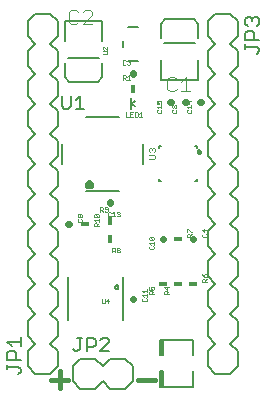
<source format=gbr>
G04 EAGLE Gerber RS-274X export*
G75*
%MOMM*%
%FSLAX34Y34*%
%LPD*%
%INSilkscreen Top*%
%IPPOS*%
%AMOC8*
5,1,8,0,0,1.08239X$1,22.5*%
G01*
%ADD10C,0.381000*%
%ADD11C,0.203200*%
%ADD12C,0.127000*%
%ADD13C,0.101600*%
%ADD14C,0.025400*%
%ADD15C,0.558800*%
%ADD16R,0.457200X0.762000*%
%ADD17R,0.762000X0.457200*%
%ADD18C,0.152400*%


D10*
X19685Y7629D02*
X34091Y7629D01*
X26888Y14832D02*
X26888Y426D01*
X93345Y7629D02*
X107751Y7629D01*
D11*
X110730Y175500D02*
X112730Y175500D01*
X110730Y175500D02*
X110730Y177500D01*
X110730Y205500D02*
X112730Y205500D01*
X110730Y205500D02*
X110730Y203500D01*
X141270Y205500D02*
X143270Y205500D01*
X143270Y203500D01*
X143270Y175500D02*
X141270Y175500D01*
X143270Y175500D02*
X143270Y177500D01*
D12*
X143586Y200500D02*
X143588Y200575D01*
X143594Y200649D01*
X143604Y200723D01*
X143617Y200796D01*
X143635Y200869D01*
X143656Y200940D01*
X143681Y201011D01*
X143710Y201080D01*
X143743Y201147D01*
X143779Y201212D01*
X143818Y201276D01*
X143860Y201337D01*
X143906Y201396D01*
X143955Y201453D01*
X144007Y201506D01*
X144061Y201557D01*
X144118Y201606D01*
X144178Y201650D01*
X144240Y201692D01*
X144304Y201731D01*
X144370Y201766D01*
X144437Y201797D01*
X144507Y201825D01*
X144577Y201849D01*
X144649Y201870D01*
X144722Y201886D01*
X144795Y201899D01*
X144870Y201908D01*
X144944Y201913D01*
X145019Y201914D01*
X145093Y201911D01*
X145168Y201904D01*
X145241Y201893D01*
X145315Y201879D01*
X145387Y201860D01*
X145458Y201838D01*
X145528Y201812D01*
X145597Y201782D01*
X145663Y201749D01*
X145728Y201712D01*
X145791Y201672D01*
X145852Y201628D01*
X145910Y201582D01*
X145966Y201532D01*
X146019Y201480D01*
X146070Y201425D01*
X146117Y201367D01*
X146161Y201307D01*
X146202Y201244D01*
X146240Y201180D01*
X146274Y201114D01*
X146305Y201045D01*
X146332Y200976D01*
X146355Y200905D01*
X146374Y200833D01*
X146390Y200760D01*
X146402Y200686D01*
X146410Y200612D01*
X146414Y200537D01*
X146414Y200463D01*
X146410Y200388D01*
X146402Y200314D01*
X146390Y200240D01*
X146374Y200167D01*
X146355Y200095D01*
X146332Y200024D01*
X146305Y199955D01*
X146274Y199886D01*
X146240Y199820D01*
X146202Y199756D01*
X146161Y199693D01*
X146117Y199633D01*
X146070Y199575D01*
X146019Y199520D01*
X145966Y199468D01*
X145910Y199418D01*
X145852Y199372D01*
X145791Y199328D01*
X145728Y199288D01*
X145663Y199251D01*
X145597Y199218D01*
X145528Y199188D01*
X145458Y199162D01*
X145387Y199140D01*
X145315Y199121D01*
X145241Y199107D01*
X145168Y199096D01*
X145093Y199089D01*
X145019Y199086D01*
X144944Y199087D01*
X144870Y199092D01*
X144795Y199101D01*
X144722Y199114D01*
X144649Y199130D01*
X144577Y199151D01*
X144507Y199175D01*
X144437Y199203D01*
X144370Y199234D01*
X144304Y199269D01*
X144240Y199308D01*
X144178Y199350D01*
X144118Y199394D01*
X144061Y199443D01*
X144007Y199494D01*
X143955Y199547D01*
X143906Y199604D01*
X143860Y199663D01*
X143818Y199724D01*
X143779Y199788D01*
X143743Y199853D01*
X143710Y199920D01*
X143681Y199989D01*
X143656Y200060D01*
X143635Y200131D01*
X143617Y200204D01*
X143604Y200277D01*
X143594Y200351D01*
X143588Y200425D01*
X143586Y200500D01*
X145000Y199500D02*
X145000Y201500D01*
X144000Y200500D02*
X146000Y200500D01*
D13*
X106741Y194782D02*
X102504Y194782D01*
X106741Y194782D02*
X107588Y195629D01*
X107588Y197324D01*
X106741Y198171D01*
X102504Y198171D01*
X103351Y200395D02*
X102504Y201242D01*
X102504Y202937D01*
X103351Y203784D01*
X104198Y203784D01*
X105046Y202937D01*
X105046Y202090D01*
X105046Y202937D02*
X105893Y203784D01*
X106741Y203784D01*
X107588Y202937D01*
X107588Y201242D01*
X106741Y200395D01*
D11*
X93194Y306324D02*
X84606Y306324D01*
X84606Y277876D02*
X93194Y277876D01*
X80796Y289416D02*
X80796Y294784D01*
D14*
X66547Y283337D02*
X63370Y283337D01*
X66547Y283337D02*
X67183Y283973D01*
X67183Y285244D01*
X66547Y285879D01*
X63370Y285879D01*
X67183Y287079D02*
X67183Y289621D01*
X67183Y287079D02*
X64641Y289621D01*
X64005Y289621D01*
X63370Y288986D01*
X63370Y287715D01*
X64005Y287079D01*
D11*
X144270Y278020D02*
X144270Y261020D01*
X112770Y261020D01*
X112770Y278020D01*
X143770Y297020D02*
X143770Y309020D01*
X140270Y313020D01*
X115770Y313020D01*
X112770Y309020D01*
X112770Y297020D01*
X112770Y309020D01*
X115160Y293110D02*
X141130Y293110D01*
D13*
X123937Y263822D02*
X125886Y261873D01*
X123937Y263822D02*
X120039Y263822D01*
X118090Y261873D01*
X118090Y254077D01*
X120039Y252128D01*
X123937Y252128D01*
X125886Y254077D01*
X129784Y259924D02*
X133682Y263822D01*
X133682Y252128D01*
X129784Y252128D02*
X137580Y252128D01*
D11*
X30990Y294750D02*
X30990Y311750D01*
X62490Y311750D01*
X62490Y294750D01*
X31490Y275750D02*
X31490Y263750D01*
X34990Y259750D01*
X59490Y259750D01*
X62490Y263750D01*
X62490Y275750D01*
X62490Y263750D01*
X60100Y279660D02*
X34130Y279660D01*
D13*
X42594Y318703D02*
X40645Y320652D01*
X36747Y320652D01*
X34798Y318703D01*
X34798Y310907D01*
X36747Y308958D01*
X40645Y308958D01*
X42594Y310907D01*
X46492Y308958D02*
X54288Y308958D01*
X46492Y308958D02*
X54288Y316754D01*
X54288Y318703D01*
X52339Y320652D01*
X48441Y320652D01*
X46492Y318703D01*
D15*
X88900Y267005D02*
X88900Y266395D01*
D14*
X82679Y277625D02*
X82044Y278260D01*
X80773Y278260D01*
X80137Y277625D01*
X80137Y275083D01*
X80773Y274447D01*
X82044Y274447D01*
X82679Y275083D01*
X83879Y277625D02*
X84515Y278260D01*
X85786Y278260D01*
X86421Y277625D01*
X86421Y276989D01*
X85786Y276354D01*
X85150Y276354D01*
X85786Y276354D02*
X86421Y275718D01*
X86421Y275083D01*
X85786Y274447D01*
X84515Y274447D01*
X83879Y275083D01*
D16*
X88900Y254000D03*
D14*
X80137Y261747D02*
X80137Y265560D01*
X82044Y265560D01*
X82679Y264925D01*
X82679Y263654D01*
X82044Y263018D01*
X80137Y263018D01*
X81408Y263018D02*
X82679Y261747D01*
X83879Y264289D02*
X85150Y265560D01*
X85150Y261747D01*
X83879Y261747D02*
X86421Y261747D01*
D11*
X87200Y245900D02*
X87200Y241300D01*
X87200Y236700D01*
X87200Y241300D02*
X90300Y243638D01*
X87354Y241046D02*
X90300Y239116D01*
D14*
X82949Y234191D02*
X82949Y230378D01*
X85491Y230378D01*
X86691Y234191D02*
X89233Y234191D01*
X86691Y234191D02*
X86691Y230378D01*
X89233Y230378D01*
X87962Y232285D02*
X86691Y232285D01*
X90433Y234191D02*
X90433Y230378D01*
X92339Y230378D01*
X92975Y231014D01*
X92975Y233556D01*
X92339Y234191D01*
X90433Y234191D01*
X94175Y232920D02*
X95446Y234191D01*
X95446Y230378D01*
X94175Y230378D02*
X96717Y230378D01*
D15*
X133045Y242570D02*
X133655Y242570D01*
D14*
X122425Y236349D02*
X121790Y235714D01*
X121790Y234443D01*
X122425Y233807D01*
X124967Y233807D01*
X125603Y234443D01*
X125603Y235714D01*
X124967Y236349D01*
X122425Y237549D02*
X121790Y238185D01*
X121790Y239456D01*
X122425Y240091D01*
X123061Y240091D01*
X123696Y239456D01*
X124332Y240091D01*
X124967Y240091D01*
X125603Y239456D01*
X125603Y238185D01*
X124967Y237549D01*
X124332Y237549D01*
X123696Y238185D01*
X123061Y237549D01*
X122425Y237549D01*
X123696Y238185D02*
X123696Y239456D01*
D17*
X127000Y88900D03*
D14*
X119253Y80137D02*
X115440Y80137D01*
X115440Y82044D01*
X116075Y82679D01*
X117346Y82679D01*
X117982Y82044D01*
X117982Y80137D01*
X117982Y81408D02*
X119253Y82679D01*
X119253Y85786D02*
X115440Y85786D01*
X117346Y83879D01*
X117346Y86421D01*
D17*
X114300Y88900D03*
D14*
X106553Y80137D02*
X102740Y80137D01*
X102740Y82044D01*
X103375Y82679D01*
X104646Y82679D01*
X105282Y82044D01*
X105282Y80137D01*
X105282Y81408D02*
X106553Y82679D01*
X102740Y83879D02*
X102740Y86421D01*
X102740Y83879D02*
X104646Y83879D01*
X104011Y85150D01*
X104011Y85786D01*
X104646Y86421D01*
X105917Y86421D01*
X106553Y85786D01*
X106553Y84515D01*
X105917Y83879D01*
D17*
X139700Y88900D03*
D14*
X147444Y90433D02*
X151257Y90433D01*
X147444Y90433D02*
X147444Y92339D01*
X148079Y92975D01*
X149350Y92975D01*
X149986Y92339D01*
X149986Y90433D01*
X149986Y91704D02*
X151257Y92975D01*
X148079Y95446D02*
X147444Y96717D01*
X148079Y95446D02*
X149350Y94175D01*
X150621Y94175D01*
X151257Y94810D01*
X151257Y96082D01*
X150621Y96717D01*
X149986Y96717D01*
X149350Y96082D01*
X149350Y94175D01*
D17*
X127000Y127000D03*
D14*
X134744Y128533D02*
X138557Y128533D01*
X134744Y128533D02*
X134744Y130439D01*
X135379Y131075D01*
X136650Y131075D01*
X137286Y130439D01*
X137286Y128533D01*
X137286Y129804D02*
X138557Y131075D01*
X134744Y132275D02*
X134744Y134817D01*
X135379Y134817D01*
X137921Y132275D01*
X138557Y132275D01*
D15*
X34595Y139700D02*
X33985Y139700D01*
D14*
X42034Y143139D02*
X42669Y143775D01*
X42034Y143139D02*
X42034Y141868D01*
X42669Y141233D01*
X45211Y141233D01*
X45847Y141868D01*
X45847Y143139D01*
X45211Y143775D01*
X45211Y144975D02*
X45847Y145610D01*
X45847Y146882D01*
X45211Y147517D01*
X42669Y147517D01*
X42034Y146882D01*
X42034Y145610D01*
X42669Y144975D01*
X43305Y144975D01*
X43940Y145610D01*
X43940Y147517D01*
D15*
X113995Y127000D02*
X114605Y127000D01*
D14*
X103375Y120779D02*
X102740Y120144D01*
X102740Y118873D01*
X103375Y118237D01*
X105917Y118237D01*
X106553Y118873D01*
X106553Y120144D01*
X105917Y120779D01*
X104011Y121979D02*
X102740Y123250D01*
X106553Y123250D01*
X106553Y121979D02*
X106553Y124521D01*
X105917Y125721D02*
X103375Y125721D01*
X102740Y126357D01*
X102740Y127628D01*
X103375Y128263D01*
X105917Y128263D01*
X106553Y127628D01*
X106553Y126357D01*
X105917Y125721D01*
X103375Y128263D01*
D15*
X89205Y76200D02*
X88595Y76200D01*
D14*
X96644Y75897D02*
X97279Y76533D01*
X96644Y75897D02*
X96644Y74626D01*
X97279Y73991D01*
X99821Y73991D01*
X100457Y74626D01*
X100457Y75897D01*
X99821Y76533D01*
X97915Y77733D02*
X96644Y79004D01*
X100457Y79004D01*
X100457Y77733D02*
X100457Y80275D01*
X97915Y81475D02*
X96644Y82746D01*
X100457Y82746D01*
X100457Y81475D02*
X100457Y84017D01*
D15*
X69850Y157175D02*
X69850Y157785D01*
D14*
X69547Y149736D02*
X70183Y149101D01*
X69547Y149736D02*
X68276Y149736D01*
X67641Y149101D01*
X67641Y146559D01*
X68276Y145923D01*
X69547Y145923D01*
X70183Y146559D01*
X71383Y148465D02*
X72654Y149736D01*
X72654Y145923D01*
X71383Y145923D02*
X73925Y145923D01*
X75125Y149101D02*
X75760Y149736D01*
X77032Y149736D01*
X77667Y149101D01*
X77667Y148465D01*
X77032Y147830D01*
X76396Y147830D01*
X77032Y147830D02*
X77667Y147194D01*
X77667Y146559D01*
X77032Y145923D01*
X75760Y145923D01*
X75125Y146559D01*
D15*
X145745Y242570D02*
X146355Y242570D01*
D14*
X135125Y236349D02*
X134490Y235714D01*
X134490Y234443D01*
X135125Y233807D01*
X137667Y233807D01*
X138303Y234443D01*
X138303Y235714D01*
X137667Y236349D01*
X135761Y237549D02*
X134490Y238820D01*
X138303Y238820D01*
X138303Y237549D02*
X138303Y240091D01*
X138303Y243198D02*
X134490Y243198D01*
X136396Y241291D01*
X136396Y243833D01*
D15*
X120955Y242570D02*
X120345Y242570D01*
D14*
X109725Y236349D02*
X109090Y235714D01*
X109090Y234443D01*
X109725Y233807D01*
X112267Y233807D01*
X112903Y234443D01*
X112903Y235714D01*
X112267Y236349D01*
X110361Y237549D02*
X109090Y238820D01*
X112903Y238820D01*
X112903Y237549D02*
X112903Y240091D01*
X109090Y241291D02*
X109090Y243833D01*
X109090Y241291D02*
X110996Y241291D01*
X110361Y242562D01*
X110361Y243198D01*
X110996Y243833D01*
X112267Y243833D01*
X112903Y243198D01*
X112903Y241927D01*
X112267Y241291D01*
D16*
X69850Y127000D03*
D14*
X71383Y119256D02*
X71383Y115443D01*
X71383Y119256D02*
X73289Y119256D01*
X73925Y118621D01*
X73925Y117350D01*
X73289Y116714D01*
X71383Y116714D01*
X72654Y116714D02*
X73925Y115443D01*
X75125Y118621D02*
X75760Y119256D01*
X77032Y119256D01*
X77667Y118621D01*
X77667Y117985D01*
X77032Y117350D01*
X77667Y116714D01*
X77667Y116079D01*
X77032Y115443D01*
X75760Y115443D01*
X75125Y116079D01*
X75125Y116714D01*
X75760Y117350D01*
X75125Y117985D01*
X75125Y118621D01*
X75760Y117350D02*
X77032Y117350D01*
D16*
X69850Y142240D03*
D14*
X61087Y149987D02*
X61087Y153800D01*
X62994Y153800D01*
X63629Y153165D01*
X63629Y151894D01*
X62994Y151258D01*
X61087Y151258D01*
X62358Y151258D02*
X63629Y149987D01*
X64829Y150623D02*
X65465Y149987D01*
X66736Y149987D01*
X67371Y150623D01*
X67371Y153165D01*
X66736Y153800D01*
X65465Y153800D01*
X64829Y153165D01*
X64829Y152529D01*
X65465Y151894D01*
X67371Y151894D01*
D17*
X48260Y139700D03*
D14*
X56004Y137491D02*
X59817Y137491D01*
X56004Y137491D02*
X56004Y139397D01*
X56639Y140033D01*
X57910Y140033D01*
X58546Y139397D01*
X58546Y137491D01*
X58546Y138762D02*
X59817Y140033D01*
X57275Y141233D02*
X56004Y142504D01*
X59817Y142504D01*
X59817Y141233D02*
X59817Y143775D01*
X59181Y144975D02*
X56639Y144975D01*
X56004Y145610D01*
X56004Y146882D01*
X56639Y147517D01*
X59181Y147517D01*
X59817Y146882D01*
X59817Y145610D01*
X59181Y144975D01*
X56639Y147517D01*
D11*
X57150Y25400D02*
X44450Y25400D01*
X57150Y25400D02*
X63500Y19050D01*
X63500Y6350D02*
X57150Y0D01*
X63500Y19050D02*
X69850Y25400D01*
X82550Y25400D01*
X88900Y19050D01*
X88900Y6350D02*
X82550Y0D01*
X69850Y0D01*
X63500Y6350D01*
X38100Y6350D02*
X38100Y19050D01*
X44450Y25400D01*
X38100Y6350D02*
X44450Y0D01*
X57150Y0D01*
X88900Y6350D02*
X88900Y19050D01*
D12*
X39880Y31623D02*
X37973Y33530D01*
X39880Y31623D02*
X41786Y31623D01*
X43693Y33530D01*
X43693Y43063D01*
X41786Y43063D02*
X45600Y43063D01*
X49667Y43063D02*
X49667Y31623D01*
X49667Y43063D02*
X55387Y43063D01*
X57293Y41156D01*
X57293Y37343D01*
X55387Y35436D01*
X49667Y35436D01*
X61361Y31623D02*
X68987Y31623D01*
X61361Y31623D02*
X68987Y39250D01*
X68987Y41156D01*
X67081Y43063D01*
X63268Y43063D01*
X61361Y41156D01*
D11*
X0Y171450D02*
X0Y184150D01*
X6350Y190500D01*
X19050Y190500D02*
X25400Y184150D01*
X0Y146050D02*
X6350Y139700D01*
X0Y146050D02*
X0Y158750D01*
X6350Y165100D01*
X19050Y165100D02*
X25400Y158750D01*
X25400Y146050D01*
X19050Y139700D01*
X6350Y165100D02*
X0Y171450D01*
X19050Y165100D02*
X25400Y171450D01*
X25400Y184150D01*
X0Y107950D02*
X0Y95250D01*
X0Y107950D02*
X6350Y114300D01*
X19050Y114300D02*
X25400Y107950D01*
X6350Y114300D02*
X0Y120650D01*
X0Y133350D01*
X6350Y139700D01*
X19050Y139700D02*
X25400Y133350D01*
X25400Y120650D01*
X19050Y114300D01*
X0Y69850D02*
X6350Y63500D01*
X0Y69850D02*
X0Y82550D01*
X6350Y88900D01*
X19050Y88900D02*
X25400Y82550D01*
X25400Y69850D01*
X19050Y63500D01*
X6350Y88900D02*
X0Y95250D01*
X19050Y88900D02*
X25400Y95250D01*
X25400Y107950D01*
X0Y31750D02*
X0Y19050D01*
X0Y31750D02*
X6350Y38100D01*
X19050Y38100D02*
X25400Y31750D01*
X6350Y38100D02*
X0Y44450D01*
X0Y57150D01*
X6350Y63500D01*
X19050Y63500D02*
X25400Y57150D01*
X25400Y44450D01*
X19050Y38100D01*
X19050Y12700D02*
X6350Y12700D01*
X0Y19050D01*
X19050Y12700D02*
X25400Y19050D01*
X25400Y31750D01*
X0Y196850D02*
X0Y209550D01*
X6350Y215900D01*
X19050Y215900D02*
X25400Y209550D01*
X6350Y190500D02*
X0Y196850D01*
X19050Y190500D02*
X25400Y196850D01*
X25400Y209550D01*
X0Y222250D02*
X0Y234950D01*
X6350Y241300D01*
X19050Y241300D02*
X25400Y234950D01*
X6350Y215900D02*
X0Y222250D01*
X19050Y215900D02*
X25400Y222250D01*
X25400Y234950D01*
X0Y247650D02*
X0Y260350D01*
X6350Y266700D01*
X19050Y266700D02*
X25400Y260350D01*
X6350Y241300D02*
X0Y247650D01*
X19050Y241300D02*
X25400Y247650D01*
X25400Y260350D01*
X0Y273050D02*
X0Y285750D01*
X6350Y292100D01*
X19050Y292100D02*
X25400Y285750D01*
X6350Y266700D02*
X0Y273050D01*
X19050Y266700D02*
X25400Y273050D01*
X25400Y285750D01*
X0Y298450D02*
X0Y311150D01*
X6350Y317500D01*
X19050Y317500D01*
X25400Y311150D01*
X6350Y292100D02*
X0Y298450D01*
X19050Y292100D02*
X25400Y298450D01*
X25400Y311150D01*
D12*
X-6223Y14480D02*
X-8130Y12573D01*
X-6223Y14480D02*
X-6223Y16386D01*
X-8130Y18293D01*
X-17663Y18293D01*
X-17663Y16386D02*
X-17663Y20200D01*
X-17663Y24267D02*
X-6223Y24267D01*
X-17663Y24267D02*
X-17663Y29987D01*
X-15756Y31893D01*
X-11943Y31893D01*
X-10036Y29987D01*
X-10036Y24267D01*
X-13850Y35961D02*
X-17663Y39774D01*
X-6223Y39774D01*
X-6223Y35961D02*
X-6223Y43587D01*
D11*
X177800Y146050D02*
X177800Y158750D01*
X177800Y146050D02*
X171450Y139700D01*
X158750Y139700D02*
X152400Y146050D01*
X177800Y184150D02*
X171450Y190500D01*
X177800Y184150D02*
X177800Y171450D01*
X171450Y165100D01*
X158750Y165100D02*
X152400Y171450D01*
X152400Y184150D01*
X158750Y190500D01*
X171450Y165100D02*
X177800Y158750D01*
X158750Y165100D02*
X152400Y158750D01*
X152400Y146050D01*
X177800Y222250D02*
X177800Y234950D01*
X177800Y222250D02*
X171450Y215900D01*
X158750Y215900D02*
X152400Y222250D01*
X171450Y215900D02*
X177800Y209550D01*
X177800Y196850D01*
X171450Y190500D01*
X158750Y190500D02*
X152400Y196850D01*
X152400Y209550D01*
X158750Y215900D01*
X177800Y260350D02*
X171450Y266700D01*
X177800Y260350D02*
X177800Y247650D01*
X171450Y241300D01*
X158750Y241300D02*
X152400Y247650D01*
X152400Y260350D01*
X158750Y266700D01*
X171450Y241300D02*
X177800Y234950D01*
X158750Y241300D02*
X152400Y234950D01*
X152400Y222250D01*
X177800Y298450D02*
X177800Y311150D01*
X177800Y298450D02*
X171450Y292100D01*
X158750Y292100D02*
X152400Y298450D01*
X171450Y292100D02*
X177800Y285750D01*
X177800Y273050D01*
X171450Y266700D01*
X158750Y266700D02*
X152400Y273050D01*
X152400Y285750D01*
X158750Y292100D01*
X158750Y317500D02*
X171450Y317500D01*
X177800Y311150D01*
X158750Y317500D02*
X152400Y311150D01*
X152400Y298450D01*
X177800Y133350D02*
X177800Y120650D01*
X171450Y114300D01*
X158750Y114300D02*
X152400Y120650D01*
X171450Y139700D02*
X177800Y133350D01*
X158750Y139700D02*
X152400Y133350D01*
X152400Y120650D01*
X177800Y107950D02*
X177800Y95250D01*
X171450Y88900D01*
X158750Y88900D02*
X152400Y95250D01*
X171450Y114300D02*
X177800Y107950D01*
X158750Y114300D02*
X152400Y107950D01*
X152400Y95250D01*
X177800Y82550D02*
X177800Y69850D01*
X171450Y63500D01*
X158750Y63500D02*
X152400Y69850D01*
X171450Y88900D02*
X177800Y82550D01*
X158750Y88900D02*
X152400Y82550D01*
X152400Y69850D01*
X177800Y57150D02*
X177800Y44450D01*
X171450Y38100D01*
X158750Y38100D02*
X152400Y44450D01*
X171450Y63500D02*
X177800Y57150D01*
X158750Y63500D02*
X152400Y57150D01*
X152400Y44450D01*
X177800Y31750D02*
X177800Y19050D01*
X171450Y12700D01*
X158750Y12700D01*
X152400Y19050D01*
X171450Y38100D02*
X177800Y31750D01*
X158750Y38100D02*
X152400Y31750D01*
X152400Y19050D01*
D12*
X193546Y283815D02*
X195453Y285722D01*
X195453Y287628D01*
X193546Y289535D01*
X184013Y289535D01*
X184013Y287628D02*
X184013Y291442D01*
X184013Y295509D02*
X195453Y295509D01*
X184013Y295509D02*
X184013Y301229D01*
X185920Y303136D01*
X189733Y303136D01*
X191640Y301229D01*
X191640Y295509D01*
X185920Y307203D02*
X184013Y309110D01*
X184013Y312923D01*
X185920Y314829D01*
X187827Y314829D01*
X189733Y312923D01*
X189733Y311016D01*
X189733Y312923D02*
X191640Y314829D01*
X193546Y314829D01*
X195453Y312923D01*
X195453Y309110D01*
X193546Y307203D01*
D15*
X140005Y127000D02*
X139395Y127000D01*
D14*
X147444Y130439D02*
X148079Y131075D01*
X147444Y130439D02*
X147444Y129168D01*
X148079Y128533D01*
X150621Y128533D01*
X151257Y129168D01*
X151257Y130439D01*
X150621Y131075D01*
X151257Y134182D02*
X147444Y134182D01*
X149350Y132275D01*
X149350Y134817D01*
D12*
X114000Y14590D02*
X114000Y1590D01*
X140000Y1590D01*
X140000Y41590D02*
X114000Y41590D01*
X114000Y28590D01*
X140000Y14590D02*
X140000Y1590D01*
X140000Y28590D02*
X140000Y41590D01*
X113000Y14590D02*
X113000Y1590D01*
X113000Y28590D02*
X113000Y41590D01*
X112000Y14590D02*
X112000Y1590D01*
X112000Y28590D02*
X112000Y41590D01*
X112000Y1590D02*
X114000Y1590D01*
X114000Y14590D02*
X112000Y14590D01*
X112000Y28590D02*
X114000Y28590D01*
X114000Y41590D02*
X112000Y41590D01*
X52120Y171706D02*
X52120Y173706D01*
D11*
X29210Y190500D02*
X29210Y207010D01*
X97790Y207010D02*
X97790Y190500D01*
X77470Y229870D02*
X49530Y229870D01*
X49530Y167640D02*
X77470Y167640D01*
D12*
X49120Y172706D02*
X49122Y172815D01*
X49128Y172924D01*
X49138Y173032D01*
X49152Y173140D01*
X49169Y173248D01*
X49191Y173355D01*
X49216Y173461D01*
X49246Y173565D01*
X49279Y173669D01*
X49316Y173772D01*
X49356Y173873D01*
X49400Y173972D01*
X49448Y174070D01*
X49500Y174167D01*
X49554Y174261D01*
X49612Y174353D01*
X49674Y174443D01*
X49739Y174530D01*
X49806Y174616D01*
X49877Y174699D01*
X49951Y174779D01*
X50028Y174856D01*
X50107Y174931D01*
X50189Y175002D01*
X50274Y175071D01*
X50361Y175136D01*
X50450Y175199D01*
X50542Y175257D01*
X50636Y175313D01*
X50731Y175365D01*
X50829Y175414D01*
X50928Y175459D01*
X51029Y175501D01*
X51131Y175538D01*
X51234Y175572D01*
X51339Y175603D01*
X51445Y175629D01*
X51551Y175652D01*
X51659Y175670D01*
X51767Y175685D01*
X51875Y175696D01*
X51984Y175703D01*
X52093Y175706D01*
X52202Y175705D01*
X52311Y175700D01*
X52419Y175691D01*
X52527Y175678D01*
X52635Y175661D01*
X52742Y175641D01*
X52848Y175616D01*
X52953Y175588D01*
X53057Y175556D01*
X53160Y175520D01*
X53262Y175480D01*
X53362Y175437D01*
X53460Y175390D01*
X53557Y175340D01*
X53651Y175286D01*
X53744Y175228D01*
X53835Y175168D01*
X53923Y175104D01*
X54009Y175037D01*
X54092Y174967D01*
X54173Y174894D01*
X54251Y174818D01*
X54326Y174739D01*
X54399Y174657D01*
X54468Y174573D01*
X54534Y174487D01*
X54597Y174398D01*
X54657Y174307D01*
X54714Y174214D01*
X54767Y174119D01*
X54816Y174022D01*
X54862Y173923D01*
X54904Y173823D01*
X54943Y173721D01*
X54978Y173617D01*
X55009Y173513D01*
X55037Y173408D01*
X55060Y173301D01*
X55080Y173194D01*
X55096Y173086D01*
X55108Y172978D01*
X55116Y172869D01*
X55120Y172760D01*
X55120Y172652D01*
X55116Y172543D01*
X55108Y172434D01*
X55096Y172326D01*
X55080Y172218D01*
X55060Y172111D01*
X55037Y172004D01*
X55009Y171899D01*
X54978Y171795D01*
X54943Y171691D01*
X54904Y171589D01*
X54862Y171489D01*
X54816Y171390D01*
X54767Y171293D01*
X54714Y171198D01*
X54657Y171105D01*
X54597Y171014D01*
X54534Y170925D01*
X54468Y170839D01*
X54399Y170755D01*
X54326Y170673D01*
X54251Y170594D01*
X54173Y170518D01*
X54092Y170445D01*
X54009Y170375D01*
X53923Y170308D01*
X53835Y170244D01*
X53744Y170184D01*
X53651Y170126D01*
X53557Y170072D01*
X53460Y170022D01*
X53362Y169975D01*
X53262Y169932D01*
X53160Y169892D01*
X53057Y169856D01*
X52953Y169824D01*
X52848Y169796D01*
X52742Y169771D01*
X52635Y169751D01*
X52527Y169734D01*
X52419Y169721D01*
X52311Y169712D01*
X52202Y169707D01*
X52093Y169706D01*
X51984Y169709D01*
X51875Y169716D01*
X51767Y169727D01*
X51659Y169742D01*
X51551Y169760D01*
X51445Y169783D01*
X51339Y169809D01*
X51234Y169840D01*
X51131Y169874D01*
X51029Y169911D01*
X50928Y169953D01*
X50829Y169998D01*
X50731Y170047D01*
X50636Y170099D01*
X50542Y170155D01*
X50450Y170213D01*
X50361Y170276D01*
X50274Y170341D01*
X50189Y170410D01*
X50107Y170481D01*
X50028Y170556D01*
X49951Y170633D01*
X49877Y170713D01*
X49806Y170796D01*
X49739Y170882D01*
X49674Y170969D01*
X49612Y171059D01*
X49554Y171151D01*
X49500Y171245D01*
X49448Y171342D01*
X49400Y171440D01*
X49356Y171539D01*
X49316Y171640D01*
X49279Y171743D01*
X49246Y171847D01*
X49216Y171951D01*
X49191Y172057D01*
X49169Y172164D01*
X49152Y172272D01*
X49138Y172380D01*
X49128Y172488D01*
X49122Y172597D01*
X49120Y172706D01*
X49884Y172706D02*
X49886Y172800D01*
X49892Y172894D01*
X49902Y172988D01*
X49916Y173081D01*
X49934Y173174D01*
X49955Y173266D01*
X49981Y173356D01*
X50010Y173446D01*
X50043Y173534D01*
X50080Y173621D01*
X50120Y173706D01*
X50164Y173790D01*
X50212Y173871D01*
X50262Y173951D01*
X50317Y174028D01*
X50374Y174103D01*
X50434Y174175D01*
X50498Y174245D01*
X50564Y174312D01*
X50633Y174376D01*
X50705Y174437D01*
X50779Y174495D01*
X50856Y174550D01*
X50935Y174602D01*
X51016Y174650D01*
X51099Y174695D01*
X51183Y174736D01*
X51270Y174774D01*
X51358Y174808D01*
X51447Y174838D01*
X51537Y174865D01*
X51629Y174887D01*
X51721Y174906D01*
X51815Y174921D01*
X51908Y174932D01*
X52002Y174939D01*
X52096Y174942D01*
X52191Y174941D01*
X52285Y174936D01*
X52379Y174927D01*
X52472Y174914D01*
X52565Y174897D01*
X52657Y174877D01*
X52748Y174852D01*
X52838Y174824D01*
X52926Y174792D01*
X53014Y174756D01*
X53099Y174716D01*
X53183Y174673D01*
X53265Y174627D01*
X53345Y174577D01*
X53423Y174523D01*
X53498Y174467D01*
X53571Y174407D01*
X53642Y174344D01*
X53709Y174279D01*
X53774Y174210D01*
X53836Y174139D01*
X53895Y174066D01*
X53951Y173990D01*
X54003Y173911D01*
X54052Y173831D01*
X54098Y173748D01*
X54140Y173664D01*
X54179Y173578D01*
X54214Y173490D01*
X54245Y173401D01*
X54273Y173311D01*
X54296Y173220D01*
X54316Y173128D01*
X54332Y173035D01*
X54344Y172941D01*
X54352Y172847D01*
X54356Y172753D01*
X54356Y172659D01*
X54352Y172565D01*
X54344Y172471D01*
X54332Y172377D01*
X54316Y172284D01*
X54296Y172192D01*
X54273Y172101D01*
X54245Y172011D01*
X54214Y171922D01*
X54179Y171834D01*
X54140Y171748D01*
X54098Y171664D01*
X54052Y171581D01*
X54003Y171501D01*
X53951Y171422D01*
X53895Y171346D01*
X53836Y171273D01*
X53774Y171202D01*
X53709Y171133D01*
X53642Y171068D01*
X53571Y171005D01*
X53498Y170945D01*
X53423Y170889D01*
X53345Y170835D01*
X53265Y170785D01*
X53183Y170739D01*
X53099Y170696D01*
X53014Y170656D01*
X52926Y170620D01*
X52838Y170588D01*
X52748Y170560D01*
X52657Y170535D01*
X52565Y170515D01*
X52472Y170498D01*
X52379Y170485D01*
X52285Y170476D01*
X52191Y170471D01*
X52096Y170470D01*
X52002Y170473D01*
X51908Y170480D01*
X51815Y170491D01*
X51721Y170506D01*
X51629Y170525D01*
X51537Y170547D01*
X51447Y170574D01*
X51358Y170604D01*
X51270Y170638D01*
X51183Y170676D01*
X51099Y170717D01*
X51016Y170762D01*
X50935Y170810D01*
X50856Y170862D01*
X50779Y170917D01*
X50705Y170975D01*
X50633Y171036D01*
X50564Y171100D01*
X50498Y171167D01*
X50434Y171237D01*
X50374Y171309D01*
X50317Y171384D01*
X50262Y171461D01*
X50212Y171541D01*
X50164Y171622D01*
X50120Y171706D01*
X50080Y171791D01*
X50043Y171878D01*
X50010Y171966D01*
X49981Y172056D01*
X49955Y172146D01*
X49934Y172238D01*
X49916Y172331D01*
X49902Y172424D01*
X49892Y172518D01*
X49886Y172612D01*
X49884Y172706D01*
X51120Y172706D02*
X51122Y172769D01*
X51128Y172831D01*
X51138Y172893D01*
X51151Y172955D01*
X51169Y173015D01*
X51190Y173074D01*
X51215Y173132D01*
X51244Y173188D01*
X51276Y173242D01*
X51311Y173294D01*
X51349Y173343D01*
X51391Y173391D01*
X51435Y173435D01*
X51483Y173477D01*
X51532Y173515D01*
X51584Y173550D01*
X51638Y173582D01*
X51694Y173611D01*
X51752Y173636D01*
X51811Y173657D01*
X51871Y173675D01*
X51933Y173688D01*
X51995Y173698D01*
X52057Y173704D01*
X52120Y173706D01*
X52183Y173704D01*
X52245Y173698D01*
X52307Y173688D01*
X52369Y173675D01*
X52429Y173657D01*
X52488Y173636D01*
X52546Y173611D01*
X52602Y173582D01*
X52656Y173550D01*
X52708Y173515D01*
X52757Y173477D01*
X52805Y173435D01*
X52849Y173391D01*
X52891Y173343D01*
X52929Y173294D01*
X52964Y173242D01*
X52996Y173188D01*
X53025Y173132D01*
X53050Y173074D01*
X53071Y173015D01*
X53089Y172955D01*
X53102Y172893D01*
X53112Y172831D01*
X53118Y172769D01*
X53120Y172706D01*
X53118Y172643D01*
X53112Y172581D01*
X53102Y172519D01*
X53089Y172457D01*
X53071Y172397D01*
X53050Y172338D01*
X53025Y172280D01*
X52996Y172224D01*
X52964Y172170D01*
X52929Y172118D01*
X52891Y172069D01*
X52849Y172021D01*
X52805Y171977D01*
X52757Y171935D01*
X52708Y171897D01*
X52656Y171862D01*
X52602Y171830D01*
X52546Y171801D01*
X52488Y171776D01*
X52429Y171755D01*
X52369Y171737D01*
X52307Y171724D01*
X52245Y171714D01*
X52183Y171708D01*
X52120Y171706D01*
X52057Y171708D01*
X51995Y171714D01*
X51933Y171724D01*
X51871Y171737D01*
X51811Y171755D01*
X51752Y171776D01*
X51694Y171801D01*
X51638Y171830D01*
X51584Y171862D01*
X51532Y171897D01*
X51483Y171935D01*
X51435Y171977D01*
X51391Y172021D01*
X51349Y172069D01*
X51311Y172118D01*
X51276Y172170D01*
X51244Y172224D01*
X51215Y172280D01*
X51190Y172338D01*
X51169Y172397D01*
X51151Y172457D01*
X51138Y172519D01*
X51128Y172581D01*
X51122Y172643D01*
X51120Y172706D01*
D11*
X28956Y239016D02*
X28956Y247913D01*
X28956Y239016D02*
X30736Y237236D01*
X34295Y237236D01*
X36074Y239016D01*
X36074Y247913D01*
X40650Y244354D02*
X44209Y247913D01*
X44209Y237236D01*
X40650Y237236D02*
X47768Y237236D01*
D18*
X33530Y94230D02*
X33530Y58170D01*
X80770Y58170D02*
X80770Y94230D01*
D11*
X73748Y86106D02*
X73750Y86181D01*
X73756Y86256D01*
X73766Y86331D01*
X73779Y86405D01*
X73797Y86478D01*
X73818Y86550D01*
X73843Y86621D01*
X73872Y86690D01*
X73905Y86758D01*
X73940Y86824D01*
X73980Y86888D01*
X74022Y86950D01*
X74068Y87010D01*
X74117Y87067D01*
X74169Y87121D01*
X74223Y87173D01*
X74280Y87222D01*
X74340Y87268D01*
X74402Y87310D01*
X74466Y87350D01*
X74532Y87385D01*
X74600Y87418D01*
X74669Y87447D01*
X74740Y87472D01*
X74812Y87493D01*
X74885Y87511D01*
X74959Y87524D01*
X75034Y87534D01*
X75109Y87540D01*
X75184Y87542D01*
X75259Y87540D01*
X75334Y87534D01*
X75409Y87524D01*
X75483Y87511D01*
X75556Y87493D01*
X75628Y87472D01*
X75699Y87447D01*
X75768Y87418D01*
X75836Y87385D01*
X75902Y87350D01*
X75966Y87310D01*
X76028Y87268D01*
X76088Y87222D01*
X76145Y87173D01*
X76199Y87121D01*
X76251Y87067D01*
X76300Y87010D01*
X76346Y86950D01*
X76388Y86888D01*
X76428Y86824D01*
X76463Y86758D01*
X76496Y86690D01*
X76525Y86621D01*
X76550Y86550D01*
X76571Y86478D01*
X76589Y86405D01*
X76602Y86331D01*
X76612Y86256D01*
X76618Y86181D01*
X76620Y86106D01*
X76618Y86031D01*
X76612Y85956D01*
X76602Y85881D01*
X76589Y85807D01*
X76571Y85734D01*
X76550Y85662D01*
X76525Y85591D01*
X76496Y85522D01*
X76463Y85454D01*
X76428Y85388D01*
X76388Y85324D01*
X76346Y85262D01*
X76300Y85202D01*
X76251Y85145D01*
X76199Y85091D01*
X76145Y85039D01*
X76088Y84990D01*
X76028Y84944D01*
X75966Y84902D01*
X75902Y84862D01*
X75836Y84827D01*
X75768Y84794D01*
X75699Y84765D01*
X75628Y84740D01*
X75556Y84719D01*
X75483Y84701D01*
X75409Y84688D01*
X75334Y84678D01*
X75259Y84672D01*
X75184Y84670D01*
X75109Y84672D01*
X75034Y84678D01*
X74959Y84688D01*
X74885Y84701D01*
X74812Y84719D01*
X74740Y84740D01*
X74669Y84765D01*
X74600Y84794D01*
X74532Y84827D01*
X74466Y84862D01*
X74402Y84902D01*
X74340Y84944D01*
X74280Y84990D01*
X74223Y85039D01*
X74169Y85091D01*
X74117Y85145D01*
X74068Y85202D01*
X74022Y85262D01*
X73980Y85324D01*
X73940Y85388D01*
X73905Y85454D01*
X73872Y85522D01*
X73843Y85591D01*
X73818Y85662D01*
X73797Y85734D01*
X73779Y85807D01*
X73766Y85881D01*
X73756Y85956D01*
X73750Y86031D01*
X73748Y86106D01*
D14*
X62493Y76076D02*
X62493Y72899D01*
X63128Y72263D01*
X64399Y72263D01*
X65035Y72899D01*
X65035Y76076D01*
X68142Y76076D02*
X68142Y72263D01*
X66235Y74170D02*
X68142Y76076D01*
X68777Y74170D02*
X66235Y74170D01*
M02*

</source>
